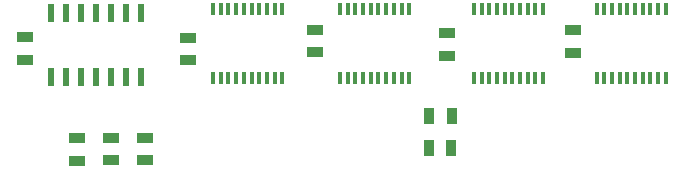
<source format=gtp>
G04 #@! TF.FileFunction,Paste,Top*
%FSLAX46Y46*%
G04 Gerber Fmt 4.6, Leading zero omitted, Abs format (unit mm)*
G04 Created by KiCad (PCBNEW 4.0.6) date Monday, June 05, 2017 'PMt' 08:11:22 PM*
%MOMM*%
%LPD*%
G01*
G04 APERTURE LIST*
%ADD10C,0.100000*%
%ADD11R,0.600000X1.500000*%
%ADD12R,1.397000X0.889000*%
%ADD13R,0.889000X1.397000*%
%ADD14R,0.400000X1.000000*%
G04 APERTURE END LIST*
D10*
D11*
X118130000Y-73050000D03*
X116860000Y-73050000D03*
X115590000Y-73050000D03*
X114320000Y-73050000D03*
X113050000Y-73050000D03*
X111780000Y-73050000D03*
X110510000Y-73050000D03*
X110510000Y-78450000D03*
X111780000Y-78450000D03*
X113050000Y-78450000D03*
X114320000Y-78450000D03*
X115590000Y-78450000D03*
X116860000Y-78450000D03*
X118130000Y-78450000D03*
D12*
X118500000Y-85545000D03*
X118500000Y-83640000D03*
X115580000Y-85545000D03*
X115580000Y-83640000D03*
X112690000Y-83670000D03*
X112690000Y-85575000D03*
D13*
X144435000Y-81750000D03*
X142530000Y-81750000D03*
D14*
X140835000Y-72770000D03*
X140185000Y-72770000D03*
X139535000Y-72770000D03*
X138885000Y-72770000D03*
X138235000Y-72770000D03*
X137585000Y-72770000D03*
X136935000Y-72770000D03*
X136285000Y-72770000D03*
X135635000Y-72770000D03*
X134985000Y-72770000D03*
X134985000Y-78570000D03*
X135635000Y-78570000D03*
X136285000Y-78570000D03*
X136935000Y-78570000D03*
X137585000Y-78570000D03*
X138235000Y-78570000D03*
X138885000Y-78570000D03*
X139535000Y-78570000D03*
X140185000Y-78570000D03*
X140835000Y-78570000D03*
X162565000Y-72770000D03*
X161915000Y-72770000D03*
X161265000Y-72770000D03*
X160615000Y-72770000D03*
X159965000Y-72770000D03*
X159315000Y-72770000D03*
X158665000Y-72770000D03*
X158015000Y-72770000D03*
X157365000Y-72770000D03*
X156715000Y-72770000D03*
X156715000Y-78570000D03*
X157365000Y-78570000D03*
X158015000Y-78570000D03*
X158665000Y-78570000D03*
X159315000Y-78570000D03*
X159965000Y-78570000D03*
X160615000Y-78570000D03*
X161265000Y-78570000D03*
X161915000Y-78570000D03*
X162565000Y-78570000D03*
X152165000Y-72770000D03*
X151515000Y-72770000D03*
X150865000Y-72770000D03*
X150215000Y-72770000D03*
X149565000Y-72770000D03*
X148915000Y-72770000D03*
X148265000Y-72770000D03*
X147615000Y-72770000D03*
X146965000Y-72770000D03*
X146315000Y-72770000D03*
X146315000Y-78570000D03*
X146965000Y-78570000D03*
X147615000Y-78570000D03*
X148265000Y-78570000D03*
X148915000Y-78570000D03*
X149565000Y-78570000D03*
X150215000Y-78570000D03*
X150865000Y-78570000D03*
X151515000Y-78570000D03*
X152165000Y-78570000D03*
X130085000Y-72770000D03*
X129435000Y-72770000D03*
X128785000Y-72770000D03*
X128135000Y-72770000D03*
X127485000Y-72770000D03*
X126835000Y-72770000D03*
X126185000Y-72770000D03*
X125535000Y-72770000D03*
X124885000Y-72770000D03*
X124235000Y-72770000D03*
X124235000Y-78570000D03*
X124885000Y-78570000D03*
X125535000Y-78570000D03*
X126185000Y-78570000D03*
X126835000Y-78570000D03*
X127485000Y-78570000D03*
X128135000Y-78570000D03*
X128785000Y-78570000D03*
X129435000Y-78570000D03*
X130085000Y-78570000D03*
D12*
X108270000Y-77020000D03*
X108270000Y-75115000D03*
X122100000Y-77075000D03*
X122100000Y-75170000D03*
X132820000Y-76405000D03*
X132820000Y-74500000D03*
X144020000Y-76695000D03*
X144020000Y-74790000D03*
X154720000Y-76455000D03*
X154720000Y-74550000D03*
D13*
X144395000Y-84470000D03*
X142490000Y-84470000D03*
M02*

</source>
